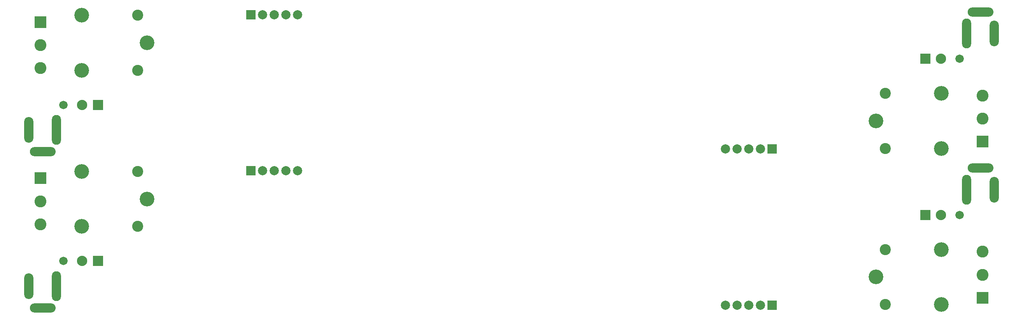
<source format=gbs>
G04*
G04 #@! TF.GenerationSoftware,Altium Limited,Altium Designer,23.3.1 (30)*
G04*
G04 Layer_Color=16711935*
%FSLAX25Y25*%
%MOIN*%
G70*
G04*
G04 #@! TF.SameCoordinates,1807A7FA-BBD2-43EF-8C31-EE1E2BFEB24F*
G04*
G04*
G04 #@! TF.FilePolarity,Negative*
G04*
G01*
G75*
%ADD75C,0.08800*%
%ADD76R,0.08800X0.08800*%
%ADD77R,0.07887X0.07887*%
%ADD78C,0.07887*%
%ADD79C,0.12611*%
%ADD80C,0.09461*%
%ADD81C,0.09461*%
%ADD82C,0.10249*%
%ADD83R,0.10249X0.10249*%
%ADD84O,0.07887X0.25603*%
%ADD85O,0.07887X0.22060*%
%ADD86O,0.22060X0.07887*%
%ADD87C,0.07200*%
D75*
X789484Y86614D02*
D03*
Y220472D02*
D03*
X53429Y47244D02*
D03*
Y181102D02*
D03*
D76*
X775984Y86614D02*
D03*
Y220472D02*
D03*
X66929Y47244D02*
D03*
Y181102D02*
D03*
D77*
X644744Y9350D02*
D03*
Y143209D02*
D03*
X198169Y124508D02*
D03*
Y258366D02*
D03*
D78*
X604744Y9350D02*
D03*
X614744D02*
D03*
X624744D02*
D03*
X634744D02*
D03*
X604744Y143209D02*
D03*
X614744D02*
D03*
X624744D02*
D03*
X634744D02*
D03*
X238169Y124508D02*
D03*
X228169D02*
D03*
X218169D02*
D03*
X208169D02*
D03*
X238169Y258366D02*
D03*
X228169D02*
D03*
X218169D02*
D03*
X208169D02*
D03*
D79*
X733858Y33465D02*
D03*
X789764Y9843D02*
D03*
Y57087D02*
D03*
X733858Y167323D02*
D03*
X789764Y143701D02*
D03*
Y190945D02*
D03*
X109055Y100393D02*
D03*
X53150Y124016D02*
D03*
Y76771D02*
D03*
X109055Y234252D02*
D03*
X53150Y257874D02*
D03*
Y210630D02*
D03*
D80*
X741732Y9843D02*
D03*
Y143701D02*
D03*
X101181Y124016D02*
D03*
Y257874D02*
D03*
D81*
X741732Y57087D02*
D03*
Y190945D02*
D03*
X101181Y76771D02*
D03*
Y210630D02*
D03*
D82*
X825197Y55118D02*
D03*
Y35433D02*
D03*
Y188977D02*
D03*
Y169291D02*
D03*
X17717Y78740D02*
D03*
Y98425D02*
D03*
Y212598D02*
D03*
Y232283D02*
D03*
D83*
X825197Y15748D02*
D03*
Y149606D02*
D03*
X17717Y118110D02*
D03*
Y251969D02*
D03*
D84*
X811417Y108268D02*
D03*
Y242126D02*
D03*
X31496Y25591D02*
D03*
Y159449D02*
D03*
D85*
X835039Y108268D02*
D03*
Y242126D02*
D03*
X7874Y25591D02*
D03*
Y159449D02*
D03*
D86*
X823228Y126772D02*
D03*
Y260630D02*
D03*
X19685Y7086D02*
D03*
Y140945D02*
D03*
D87*
X805512Y86614D02*
D03*
Y220472D02*
D03*
X37402Y47244D02*
D03*
Y181102D02*
D03*
M02*

</source>
